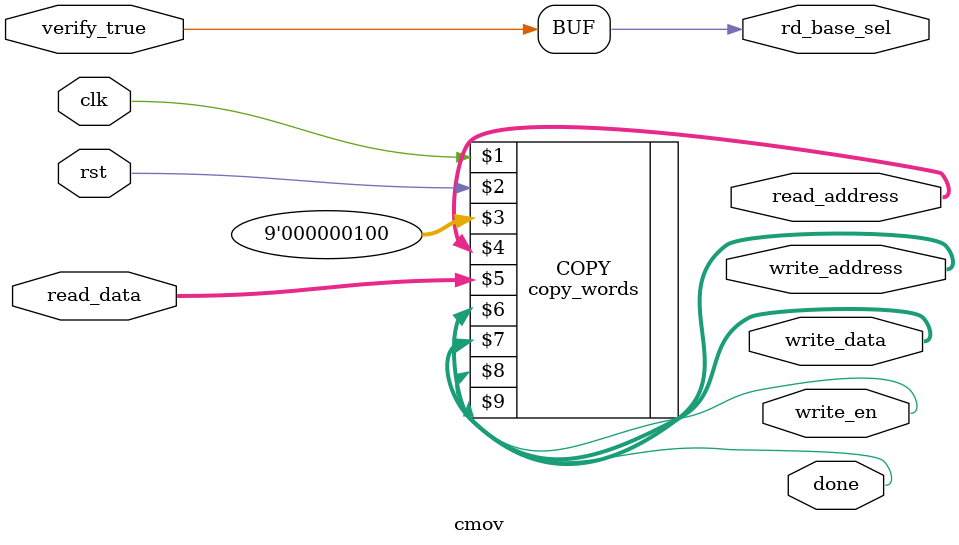
<source format=v>
`timescale 1ns / 1ps


// High-speed instruction set coprocessor architecture for lattice-based cryptography. 
// Saber is implemented as a case study.
// The designers are Sujoy Sinha Roy and Andrea Basso. 

// Implementation by the designers, hereby denoted as "the implementer".

// To the extent possible under law, the implementer has waived all copyright
// and related or neighboring rights to the source code in this file.
// http://creativecommons.org/publicdomain/zero/1.0/

// The codes are for academic research use only and does not come with any support or any responsibility.

//////////////////////////////////////////////////////////////////////////////////


/*

	Constant time move depending on flag verify_true.

*/


module cmov(clk, rst, verify_true,
									rd_base_sel, read_address, read_data,
									write_address, write_data, write_en,
									done);
			
input clk, rst;
input verify_true;
output rd_base_sel;
output [8:0] read_address;
input [63:0] read_data;

output [8:0] write_address;
output [63:0] write_data;
output write_en;
output done;

assign rd_base_sel = verify_true;

copy_words	COPY(clk, rst, 9'd4, 
									read_address, read_data,
									write_address, write_data, write_en,
									done);

endmodule

</source>
